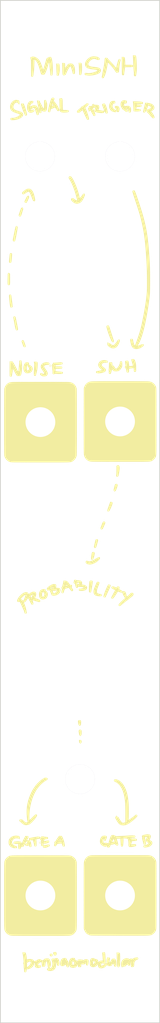
<source format=kicad_pcb>
(kicad_pcb (version 20211014) (generator pcbnew)
  (layers (0 "F.Cu" signal) (31 "B.Cu" signal) (34 "B.Paste" user) (35 "F.Paste" user) (36 "B.SilkS" user "B.Silkscreen") (37 "F.SilkS" user "F.Silkscreen") (38 "B.Mask" user) (39 "F.Mask" user) (44 "Edge.Cuts" user))
  (net 0 "")
  (footprint "Wire_Pads:SolderWirePad_single_0-8mmDrill" (layer "F.Cu") (at -5.025002 -44.63698)
    (fp_text reference "" (at 0 0) (layer "F.SilkS") (effects (font (size 1.27 1.27))))
    (fp_text value "" (at 0 0) (layer "F.SilkS") (effects (font (size 1.27 1.27))))
    (pad "1" thru_hole circle locked (at 0 0) (size 3.735001 3.735001) (drill 3.735001) (layers *.Cu *.Mask))
  )
  (footprint "Wire_Pads:SolderWirePad_single_0-8mmDrill" (layer "F.Cu") (at 5.024997 -11.329685)
    (fp_text reference "" (at 0 0) (layer "F.SilkS") (effects (font (size 1.27 1.27))))
    (fp_text value "" (at 0 0) (layer "F.SilkS") (effects (font (size 1.27 1.27))))
    (pad "6" thru_hole circle locked (at 0 0) (size 3.735001 3.735001) (drill 3.735001) (layers *.Cu *.Mask))
  )
  (footprint "LOGO" (layer "F.Cu") (at 0 0)
    (fp_text reference "G***" hide)
    (fp_text value "LOGO" hide)
  )
  (footprint "Wire_Pads:SolderWirePad_single_0-8mmDrill" (layer "F.Cu") (at -4.974936 48.24991)
    (fp_text reference "" (at 0 0) (layer "F.SilkS") (effects (font (size 1.27 1.27))))
    (fp_text value "" (at 0 0) (layer "F.SilkS") (effects (font (size 1.27 1.27))))
    (pad "5" thru_hole circle locked (at 0 0) (size 3.735001 3.735001) (drill 3.735001) (layers *.Cu *.Mask))
  )
  (footprint "Wire_Pads:SolderWirePad_single_0-8mmDrill" (layer "F.Cu") (at -4.974935 -11.250095)
    (fp_text reference "" (at 0 0) (layer "F.SilkS") (effects (font (size 1.27 1.27))))
    (fp_text value "" (at 0 0) (layer "F.SilkS") (effects (font (size 1.27 1.27))))
    (pad "3" thru_hole circle locked (at 0 0) (size 3.735001 3.735001) (drill 3.735001) (layers *.Cu *.Mask))
  )
  (footprint "LOGO" (layer "F.Cu") (at 0 0)
    (fp_text reference "G***" hide)
    (fp_text value "LOGO" hide)
  )
  (footprint "Wire_Pads:SolderWirePad_single_0-8mmDrill" (layer "F.Cu") (at -0.000001 33.632027)
    (fp_text reference "" (at 0 0) (layer "F.SilkS") (effects (font (size 1.27 1.27))))
    (fp_text value "" (at 0 0) (layer "F.SilkS") (effects (font (size 1.27 1.27))))
    (pad "4" thru_hole circle locked (at 0 0) (size 3.735001 3.735001) (drill 3.735001) (layers *.Cu *.Mask))
  )
  (footprint "Wire_Pads:SolderWirePad_single_0-8mmDrill" (layer "F.Cu") (at 5.024999 48.24991)
    (fp_text reference "" (at 0 0) (layer "F.SilkS") (effects (font (size 1.27 1.27))))
    (fp_text value "" (at 0 0) (layer "F.SilkS") (effects (font (size 1.27 1.27))))
    (pad "7" thru_hole circle locked (at 0 0) (size 3.735001 3.735001) (drill 3.735001) (layers *.Cu *.Mask))
  )
  (footprint "Wire_Pads:SolderWirePad_single_0-8mmDrill" (layer "F.Cu") (at 5.024997 -44.636978)
    (fp_text reference "" (at 0 0) (layer "F.SilkS") (effects (font (size 1.27 1.27))))
    (fp_text value "" (at 0 0) (layer "F.SilkS") (effects (font (size 1.27 1.27))))
    (pad "2" thru_hole circle locked (at 0 0) (size 3.735001 3.735001) (drill 3.735001) (layers *.Cu *.Mask))
  )
  (gr_line (start -10 -64.25) (end 9.999999 -64.25) (layer "Edge.Cuts") (width 0.1))
  (gr_line (start 9.999999 64.25) (end -10 64.25) (layer "Edge.Cuts") (width 0.1))
  (gr_line (start -10 64.25) (end 9.999999 64.25) (layer "Edge.Cuts") (width 0.1))
  (gr_line (start 9.999999 -64.25) (end -10 -64.25) (layer "Edge.Cuts") (width 0.1))
  (gr_line (start -10 64.25) (end -10 -64.25) (layer "Edge.Cuts") (width 0.1))
  (gr_line (start 9.999999 64.25) (end 9.999999 -64.25) (layer "Edge.Cuts") (width 0.1))
  (gr_line (start 9.999999 -64.25) (end 9.999999 64.25) (layer "Edge.Cuts") (width 0.1))
  (gr_line (start -10 -64.25) (end -10 64.25) (layer "Edge.Cuts") (width 0.1))
)
</source>
